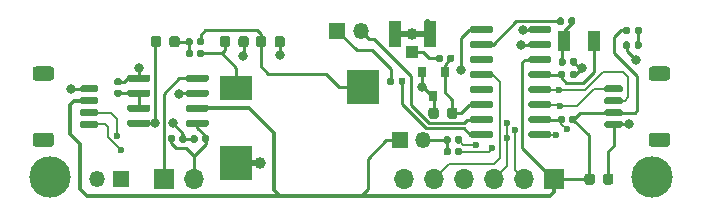
<source format=gbr>
%TF.GenerationSoftware,KiCad,Pcbnew,(5.1.6-0-10_14)*%
%TF.CreationDate,2020-10-15T10:38:44-05:00*%
%TF.ProjectId,MBRadio_4732_BO,4d425261-6469-46f5-9f34-3733325f424f,rev?*%
%TF.SameCoordinates,Original*%
%TF.FileFunction,Copper,L1,Top*%
%TF.FilePolarity,Positive*%
%FSLAX46Y46*%
G04 Gerber Fmt 4.6, Leading zero omitted, Abs format (unit mm)*
G04 Created by KiCad (PCBNEW (5.1.6-0-10_14)) date 2020-10-15 10:38:44*
%MOMM*%
%LPD*%
G01*
G04 APERTURE LIST*
%TA.AperFunction,ComponentPad*%
%ADD10C,3.500000*%
%TD*%
%TA.AperFunction,SMDPad,CuDef*%
%ADD11R,0.800000X0.900000*%
%TD*%
%TA.AperFunction,SMDPad,CuDef*%
%ADD12R,2.700000X2.900000*%
%TD*%
%TA.AperFunction,SMDPad,CuDef*%
%ADD13R,2.700000X2.100000*%
%TD*%
%TA.AperFunction,ComponentPad*%
%ADD14R,1.700000X1.700000*%
%TD*%
%TA.AperFunction,ComponentPad*%
%ADD15O,1.700000X1.700000*%
%TD*%
%TA.AperFunction,SMDPad,CuDef*%
%ADD16R,1.050000X2.200000*%
%TD*%
%TA.AperFunction,SMDPad,CuDef*%
%ADD17R,1.000000X1.050000*%
%TD*%
%TA.AperFunction,ComponentPad*%
%ADD18O,1.350000X1.350000*%
%TD*%
%TA.AperFunction,ComponentPad*%
%ADD19R,1.350000X1.350000*%
%TD*%
%TA.AperFunction,SMDPad,CuDef*%
%ADD20R,1.000000X1.800000*%
%TD*%
%TA.AperFunction,ViaPad*%
%ADD21C,0.800000*%
%TD*%
%TA.AperFunction,ViaPad*%
%ADD22C,1.000000*%
%TD*%
%TA.AperFunction,ViaPad*%
%ADD23C,0.600000*%
%TD*%
%TA.AperFunction,Conductor*%
%ADD24C,0.250000*%
%TD*%
%TA.AperFunction,Conductor*%
%ADD25C,0.500000*%
%TD*%
%TA.AperFunction,Conductor*%
%ADD26C,0.350000*%
%TD*%
%TA.AperFunction,Conductor*%
%ADD27C,0.200000*%
%TD*%
G04 APERTURE END LIST*
%TO.P,U5,1*%
%TO.N,GND*%
%TA.AperFunction,SMDPad,CuDef*%
G36*
G01*
X37550000Y-95745000D02*
X37550000Y-95445000D01*
G75*
G02*
X37700000Y-95295000I150000J0D01*
G01*
X39350000Y-95295000D01*
G75*
G02*
X39500000Y-95445000I0J-150000D01*
G01*
X39500000Y-95745000D01*
G75*
G02*
X39350000Y-95895000I-150000J0D01*
G01*
X37700000Y-95895000D01*
G75*
G02*
X37550000Y-95745000I0J150000D01*
G01*
G37*
%TD.AperFunction*%
%TO.P,U5,2*%
%TO.N,Net-(C13-Pad1)*%
%TA.AperFunction,SMDPad,CuDef*%
G36*
G01*
X37550000Y-97015000D02*
X37550000Y-96715000D01*
G75*
G02*
X37700000Y-96565000I150000J0D01*
G01*
X39350000Y-96565000D01*
G75*
G02*
X39500000Y-96715000I0J-150000D01*
G01*
X39500000Y-97015000D01*
G75*
G02*
X39350000Y-97165000I-150000J0D01*
G01*
X37700000Y-97165000D01*
G75*
G02*
X37550000Y-97015000I0J150000D01*
G01*
G37*
%TD.AperFunction*%
%TO.P,U5,3*%
%TA.AperFunction,SMDPad,CuDef*%
G36*
G01*
X37550000Y-98285000D02*
X37550000Y-97985000D01*
G75*
G02*
X37700000Y-97835000I150000J0D01*
G01*
X39350000Y-97835000D01*
G75*
G02*
X39500000Y-97985000I0J-150000D01*
G01*
X39500000Y-98285000D01*
G75*
G02*
X39350000Y-98435000I-150000J0D01*
G01*
X37700000Y-98435000D01*
G75*
G02*
X37550000Y-98285000I0J150000D01*
G01*
G37*
%TD.AperFunction*%
%TO.P,U5,4*%
%TO.N,Net-(C12-Pad1)*%
%TA.AperFunction,SMDPad,CuDef*%
G36*
G01*
X37550000Y-99555000D02*
X37550000Y-99255000D01*
G75*
G02*
X37700000Y-99105000I150000J0D01*
G01*
X39350000Y-99105000D01*
G75*
G02*
X39500000Y-99255000I0J-150000D01*
G01*
X39500000Y-99555000D01*
G75*
G02*
X39350000Y-99705000I-150000J0D01*
G01*
X37700000Y-99705000D01*
G75*
G02*
X37550000Y-99555000I0J150000D01*
G01*
G37*
%TD.AperFunction*%
%TO.P,U5,5*%
%TO.N,Net-(C14-Pad2)*%
%TA.AperFunction,SMDPad,CuDef*%
G36*
G01*
X42500000Y-99555000D02*
X42500000Y-99255000D01*
G75*
G02*
X42650000Y-99105000I150000J0D01*
G01*
X44300000Y-99105000D01*
G75*
G02*
X44450000Y-99255000I0J-150000D01*
G01*
X44450000Y-99555000D01*
G75*
G02*
X44300000Y-99705000I-150000J0D01*
G01*
X42650000Y-99705000D01*
G75*
G02*
X42500000Y-99555000I0J150000D01*
G01*
G37*
%TD.AperFunction*%
%TO.P,U5,6*%
%TO.N,+3V3*%
%TA.AperFunction,SMDPad,CuDef*%
G36*
G01*
X42500000Y-98285000D02*
X42500000Y-97985000D01*
G75*
G02*
X42650000Y-97835000I150000J0D01*
G01*
X44300000Y-97835000D01*
G75*
G02*
X44450000Y-97985000I0J-150000D01*
G01*
X44450000Y-98285000D01*
G75*
G02*
X44300000Y-98435000I-150000J0D01*
G01*
X42650000Y-98435000D01*
G75*
G02*
X42500000Y-98285000I0J150000D01*
G01*
G37*
%TD.AperFunction*%
%TO.P,U5,7*%
%TO.N,GND*%
%TA.AperFunction,SMDPad,CuDef*%
G36*
G01*
X42500000Y-97015000D02*
X42500000Y-96715000D01*
G75*
G02*
X42650000Y-96565000I150000J0D01*
G01*
X44300000Y-96565000D01*
G75*
G02*
X44450000Y-96715000I0J-150000D01*
G01*
X44450000Y-97015000D01*
G75*
G02*
X44300000Y-97165000I-150000J0D01*
G01*
X42650000Y-97165000D01*
G75*
G02*
X42500000Y-97015000I0J150000D01*
G01*
G37*
%TD.AperFunction*%
%TO.P,U5,8*%
%TO.N,Net-(J6-Pad1)*%
%TA.AperFunction,SMDPad,CuDef*%
G36*
G01*
X42500000Y-95745000D02*
X42500000Y-95445000D01*
G75*
G02*
X42650000Y-95295000I150000J0D01*
G01*
X44300000Y-95295000D01*
G75*
G02*
X44450000Y-95445000I0J-150000D01*
G01*
X44450000Y-95745000D01*
G75*
G02*
X44300000Y-95895000I-150000J0D01*
G01*
X42650000Y-95895000D01*
G75*
G02*
X42500000Y-95745000I0J150000D01*
G01*
G37*
%TD.AperFunction*%
%TD*%
D10*
%TO.P,REF\u002A\u002A,1*%
%TO.N,GND*%
X82000000Y-104000000D03*
%TD*%
%TO.P,REF\u002A\u002A,1*%
%TO.N,GND*%
X31000000Y-104000000D03*
%TD*%
%TO.P,C1,1*%
%TO.N,Net-(C1-Pad1)*%
%TA.AperFunction,SMDPad,CuDef*%
G36*
G01*
X74040000Y-95452500D02*
X74040000Y-95107500D01*
G75*
G02*
X74187500Y-94960000I147500J0D01*
G01*
X74482500Y-94960000D01*
G75*
G02*
X74630000Y-95107500I0J-147500D01*
G01*
X74630000Y-95452500D01*
G75*
G02*
X74482500Y-95600000I-147500J0D01*
G01*
X74187500Y-95600000D01*
G75*
G02*
X74040000Y-95452500I0J147500D01*
G01*
G37*
%TD.AperFunction*%
%TO.P,C1,2*%
%TO.N,GND*%
%TA.AperFunction,SMDPad,CuDef*%
G36*
G01*
X75010000Y-95452500D02*
X75010000Y-95107500D01*
G75*
G02*
X75157500Y-94960000I147500J0D01*
G01*
X75452500Y-94960000D01*
G75*
G02*
X75600000Y-95107500I0J-147500D01*
G01*
X75600000Y-95452500D01*
G75*
G02*
X75452500Y-95600000I-147500J0D01*
G01*
X75157500Y-95600000D01*
G75*
G02*
X75010000Y-95452500I0J147500D01*
G01*
G37*
%TD.AperFunction*%
%TD*%
%TO.P,C2,2*%
%TO.N,GND*%
%TA.AperFunction,SMDPad,CuDef*%
G36*
G01*
X75020000Y-94372500D02*
X75020000Y-94027500D01*
G75*
G02*
X75167500Y-93880000I147500J0D01*
G01*
X75462500Y-93880000D01*
G75*
G02*
X75610000Y-94027500I0J-147500D01*
G01*
X75610000Y-94372500D01*
G75*
G02*
X75462500Y-94520000I-147500J0D01*
G01*
X75167500Y-94520000D01*
G75*
G02*
X75020000Y-94372500I0J147500D01*
G01*
G37*
%TD.AperFunction*%
%TO.P,C2,1*%
%TO.N,Net-(C2-Pad1)*%
%TA.AperFunction,SMDPad,CuDef*%
G36*
G01*
X74050000Y-94372500D02*
X74050000Y-94027500D01*
G75*
G02*
X74197500Y-93880000I147500J0D01*
G01*
X74492500Y-93880000D01*
G75*
G02*
X74640000Y-94027500I0J-147500D01*
G01*
X74640000Y-94372500D01*
G75*
G02*
X74492500Y-94520000I-147500J0D01*
G01*
X74197500Y-94520000D01*
G75*
G02*
X74050000Y-94372500I0J147500D01*
G01*
G37*
%TD.AperFunction*%
%TD*%
%TO.P,C6,1*%
%TO.N,Net-(C6-Pad1)*%
%TA.AperFunction,SMDPad,CuDef*%
G36*
G01*
X63670000Y-94082500D02*
X63670000Y-93737500D01*
G75*
G02*
X63817500Y-93590000I147500J0D01*
G01*
X64112500Y-93590000D01*
G75*
G02*
X64260000Y-93737500I0J-147500D01*
G01*
X64260000Y-94082500D01*
G75*
G02*
X64112500Y-94230000I-147500J0D01*
G01*
X63817500Y-94230000D01*
G75*
G02*
X63670000Y-94082500I0J147500D01*
G01*
G37*
%TD.AperFunction*%
%TO.P,C6,2*%
%TO.N,Net-(C6-Pad2)*%
%TA.AperFunction,SMDPad,CuDef*%
G36*
G01*
X64640000Y-94082500D02*
X64640000Y-93737500D01*
G75*
G02*
X64787500Y-93590000I147500J0D01*
G01*
X65082500Y-93590000D01*
G75*
G02*
X65230000Y-93737500I0J-147500D01*
G01*
X65230000Y-94082500D01*
G75*
G02*
X65082500Y-94230000I-147500J0D01*
G01*
X64787500Y-94230000D01*
G75*
G02*
X64640000Y-94082500I0J147500D01*
G01*
G37*
%TD.AperFunction*%
%TD*%
%TO.P,C7,1*%
%TO.N,LEFT*%
%TA.AperFunction,SMDPad,CuDef*%
G36*
G01*
X45375000Y-92756250D02*
X45375000Y-92243750D01*
G75*
G02*
X45593750Y-92025000I218750J0D01*
G01*
X46031250Y-92025000D01*
G75*
G02*
X46250000Y-92243750I0J-218750D01*
G01*
X46250000Y-92756250D01*
G75*
G02*
X46031250Y-92975000I-218750J0D01*
G01*
X45593750Y-92975000D01*
G75*
G02*
X45375000Y-92756250I0J218750D01*
G01*
G37*
%TD.AperFunction*%
%TO.P,C7,2*%
%TO.N,Net-(C7-Pad2)*%
%TA.AperFunction,SMDPad,CuDef*%
G36*
G01*
X46950000Y-92756250D02*
X46950000Y-92243750D01*
G75*
G02*
X47168750Y-92025000I218750J0D01*
G01*
X47606250Y-92025000D01*
G75*
G02*
X47825000Y-92243750I0J-218750D01*
G01*
X47825000Y-92756250D01*
G75*
G02*
X47606250Y-92975000I-218750J0D01*
G01*
X47168750Y-92975000D01*
G75*
G02*
X46950000Y-92756250I0J218750D01*
G01*
G37*
%TD.AperFunction*%
%TD*%
%TO.P,C9,2*%
%TO.N,Net-(C9-Pad2)*%
%TA.AperFunction,SMDPad,CuDef*%
G36*
G01*
X60500000Y-96032500D02*
X60500000Y-95687500D01*
G75*
G02*
X60647500Y-95540000I147500J0D01*
G01*
X60942500Y-95540000D01*
G75*
G02*
X61090000Y-95687500I0J-147500D01*
G01*
X61090000Y-96032500D01*
G75*
G02*
X60942500Y-96180000I-147500J0D01*
G01*
X60647500Y-96180000D01*
G75*
G02*
X60500000Y-96032500I0J147500D01*
G01*
G37*
%TD.AperFunction*%
%TO.P,C9,1*%
%TO.N,Net-(C9-Pad1)*%
%TA.AperFunction,SMDPad,CuDef*%
G36*
G01*
X59530000Y-96032500D02*
X59530000Y-95687500D01*
G75*
G02*
X59677500Y-95540000I147500J0D01*
G01*
X59972500Y-95540000D01*
G75*
G02*
X60120000Y-95687500I0J-147500D01*
G01*
X60120000Y-96032500D01*
G75*
G02*
X59972500Y-96180000I-147500J0D01*
G01*
X59677500Y-96180000D01*
G75*
G02*
X59530000Y-96032500I0J147500D01*
G01*
G37*
%TD.AperFunction*%
%TD*%
%TO.P,C12,1*%
%TO.N,Net-(C12-Pad1)*%
%TA.AperFunction,SMDPad,CuDef*%
G36*
G01*
X39525000Y-92756250D02*
X39525000Y-92243750D01*
G75*
G02*
X39743750Y-92025000I218750J0D01*
G01*
X40181250Y-92025000D01*
G75*
G02*
X40400000Y-92243750I0J-218750D01*
G01*
X40400000Y-92756250D01*
G75*
G02*
X40181250Y-92975000I-218750J0D01*
G01*
X39743750Y-92975000D01*
G75*
G02*
X39525000Y-92756250I0J218750D01*
G01*
G37*
%TD.AperFunction*%
%TO.P,C12,2*%
%TO.N,Net-(C12-Pad2)*%
%TA.AperFunction,SMDPad,CuDef*%
G36*
G01*
X41100000Y-92756250D02*
X41100000Y-92243750D01*
G75*
G02*
X41318750Y-92025000I218750J0D01*
G01*
X41756250Y-92025000D01*
G75*
G02*
X41975000Y-92243750I0J-218750D01*
G01*
X41975000Y-92756250D01*
G75*
G02*
X41756250Y-92975000I-218750J0D01*
G01*
X41318750Y-92975000D01*
G75*
G02*
X41100000Y-92756250I0J218750D01*
G01*
G37*
%TD.AperFunction*%
%TD*%
%TO.P,C13,2*%
%TO.N,GND*%
%TA.AperFunction,SMDPad,CuDef*%
G36*
G01*
X36912500Y-96180000D02*
X36567500Y-96180000D01*
G75*
G02*
X36420000Y-96032500I0J147500D01*
G01*
X36420000Y-95737500D01*
G75*
G02*
X36567500Y-95590000I147500J0D01*
G01*
X36912500Y-95590000D01*
G75*
G02*
X37060000Y-95737500I0J-147500D01*
G01*
X37060000Y-96032500D01*
G75*
G02*
X36912500Y-96180000I-147500J0D01*
G01*
G37*
%TD.AperFunction*%
%TO.P,C13,1*%
%TO.N,Net-(C13-Pad1)*%
%TA.AperFunction,SMDPad,CuDef*%
G36*
G01*
X36912500Y-97150000D02*
X36567500Y-97150000D01*
G75*
G02*
X36420000Y-97002500I0J147500D01*
G01*
X36420000Y-96707500D01*
G75*
G02*
X36567500Y-96560000I147500J0D01*
G01*
X36912500Y-96560000D01*
G75*
G02*
X37060000Y-96707500I0J-147500D01*
G01*
X37060000Y-97002500D01*
G75*
G02*
X36912500Y-97150000I-147500J0D01*
G01*
G37*
%TD.AperFunction*%
%TD*%
%TO.P,C14,1*%
%TO.N,Net-(C12-Pad1)*%
%TA.AperFunction,SMDPad,CuDef*%
G36*
G01*
X42540000Y-100557500D02*
X42540000Y-100902500D01*
G75*
G02*
X42392500Y-101050000I-147500J0D01*
G01*
X42097500Y-101050000D01*
G75*
G02*
X41950000Y-100902500I0J147500D01*
G01*
X41950000Y-100557500D01*
G75*
G02*
X42097500Y-100410000I147500J0D01*
G01*
X42392500Y-100410000D01*
G75*
G02*
X42540000Y-100557500I0J-147500D01*
G01*
G37*
%TD.AperFunction*%
%TO.P,C14,2*%
%TO.N,Net-(C14-Pad2)*%
%TA.AperFunction,SMDPad,CuDef*%
G36*
G01*
X41570000Y-100557500D02*
X41570000Y-100902500D01*
G75*
G02*
X41422500Y-101050000I-147500J0D01*
G01*
X41127500Y-101050000D01*
G75*
G02*
X40980000Y-100902500I0J147500D01*
G01*
X40980000Y-100557500D01*
G75*
G02*
X41127500Y-100410000I147500J0D01*
G01*
X41422500Y-100410000D01*
G75*
G02*
X41570000Y-100557500I0J-147500D01*
G01*
G37*
%TD.AperFunction*%
%TD*%
D11*
%TO.P,D2,1*%
%TO.N,Net-(C6-Pad2)*%
X64400000Y-95080000D03*
%TO.P,D2,2*%
%TO.N,GND*%
X62500000Y-95080000D03*
%TO.P,D2,3*%
X63450000Y-97080000D03*
%TD*%
D12*
%TO.P,J3,1*%
%TO.N,GND*%
X46750000Y-102800000D03*
%TO.P,J3,2*%
%TO.N,RGHT*%
X57450000Y-96300000D03*
D13*
%TO.P,J3,3*%
%TO.N,LEFT*%
X46750000Y-96450000D03*
%TD*%
%TO.P,J2,1*%
%TO.N,GND*%
%TA.AperFunction,SMDPad,CuDef*%
G36*
G01*
X79335000Y-99800000D02*
X78085000Y-99800000D01*
G75*
G02*
X77935000Y-99650000I0J150000D01*
G01*
X77935000Y-99350000D01*
G75*
G02*
X78085000Y-99200000I150000J0D01*
G01*
X79335000Y-99200000D01*
G75*
G02*
X79485000Y-99350000I0J-150000D01*
G01*
X79485000Y-99650000D01*
G75*
G02*
X79335000Y-99800000I-150000J0D01*
G01*
G37*
%TD.AperFunction*%
%TO.P,J2,2*%
%TO.N,+3V3*%
%TA.AperFunction,SMDPad,CuDef*%
G36*
G01*
X79335000Y-98800000D02*
X78085000Y-98800000D01*
G75*
G02*
X77935000Y-98650000I0J150000D01*
G01*
X77935000Y-98350000D01*
G75*
G02*
X78085000Y-98200000I150000J0D01*
G01*
X79335000Y-98200000D01*
G75*
G02*
X79485000Y-98350000I0J-150000D01*
G01*
X79485000Y-98650000D01*
G75*
G02*
X79335000Y-98800000I-150000J0D01*
G01*
G37*
%TD.AperFunction*%
%TO.P,J2,3*%
%TO.N,SDA*%
%TA.AperFunction,SMDPad,CuDef*%
G36*
G01*
X79335000Y-97800000D02*
X78085000Y-97800000D01*
G75*
G02*
X77935000Y-97650000I0J150000D01*
G01*
X77935000Y-97350000D01*
G75*
G02*
X78085000Y-97200000I150000J0D01*
G01*
X79335000Y-97200000D01*
G75*
G02*
X79485000Y-97350000I0J-150000D01*
G01*
X79485000Y-97650000D01*
G75*
G02*
X79335000Y-97800000I-150000J0D01*
G01*
G37*
%TD.AperFunction*%
%TO.P,J2,4*%
%TO.N,SCL*%
%TA.AperFunction,SMDPad,CuDef*%
G36*
G01*
X79335000Y-96800000D02*
X78085000Y-96800000D01*
G75*
G02*
X77935000Y-96650000I0J150000D01*
G01*
X77935000Y-96350000D01*
G75*
G02*
X78085000Y-96200000I150000J0D01*
G01*
X79335000Y-96200000D01*
G75*
G02*
X79485000Y-96350000I0J-150000D01*
G01*
X79485000Y-96650000D01*
G75*
G02*
X79335000Y-96800000I-150000J0D01*
G01*
G37*
%TD.AperFunction*%
%TO.P,J2,MP*%
%TO.N,N/C*%
%TA.AperFunction,SMDPad,CuDef*%
G36*
G01*
X83235400Y-101400000D02*
X81934600Y-101400000D01*
G75*
G02*
X81685000Y-101150400I0J249600D01*
G01*
X81685000Y-100449600D01*
G75*
G02*
X81934600Y-100200000I249600J0D01*
G01*
X83235400Y-100200000D01*
G75*
G02*
X83485000Y-100449600I0J-249600D01*
G01*
X83485000Y-101150400D01*
G75*
G02*
X83235400Y-101400000I-249600J0D01*
G01*
G37*
%TD.AperFunction*%
%TA.AperFunction,SMDPad,CuDef*%
G36*
G01*
X83235400Y-95800000D02*
X81934600Y-95800000D01*
G75*
G02*
X81685000Y-95550400I0J249600D01*
G01*
X81685000Y-94849600D01*
G75*
G02*
X81934600Y-94600000I249600J0D01*
G01*
X83235400Y-94600000D01*
G75*
G02*
X83485000Y-94849600I0J-249600D01*
G01*
X83485000Y-95550400D01*
G75*
G02*
X83235400Y-95800000I-249600J0D01*
G01*
G37*
%TD.AperFunction*%
%TD*%
%TO.P,L1,1*%
%TO.N,Net-(C6-Pad2)*%
%TA.AperFunction,SMDPad,CuDef*%
G36*
G01*
X65485000Y-98313750D02*
X65485000Y-98826250D01*
G75*
G02*
X65266250Y-99045000I-218750J0D01*
G01*
X64828750Y-99045000D01*
G75*
G02*
X64610000Y-98826250I0J218750D01*
G01*
X64610000Y-98313750D01*
G75*
G02*
X64828750Y-98095000I218750J0D01*
G01*
X65266250Y-98095000D01*
G75*
G02*
X65485000Y-98313750I0J-218750D01*
G01*
G37*
%TD.AperFunction*%
%TO.P,L1,2*%
%TO.N,GND*%
%TA.AperFunction,SMDPad,CuDef*%
G36*
G01*
X63910000Y-98313750D02*
X63910000Y-98826250D01*
G75*
G02*
X63691250Y-99045000I-218750J0D01*
G01*
X63253750Y-99045000D01*
G75*
G02*
X63035000Y-98826250I0J218750D01*
G01*
X63035000Y-98313750D01*
G75*
G02*
X63253750Y-98095000I218750J0D01*
G01*
X63691250Y-98095000D01*
G75*
G02*
X63910000Y-98313750I0J-218750D01*
G01*
G37*
%TD.AperFunction*%
%TD*%
%TO.P,R2,1*%
%TO.N,Net-(R2-Pad1)*%
%TA.AperFunction,SMDPad,CuDef*%
G36*
G01*
X73910000Y-90942500D02*
X73910000Y-90597500D01*
G75*
G02*
X74057500Y-90450000I147500J0D01*
G01*
X74352500Y-90450000D01*
G75*
G02*
X74500000Y-90597500I0J-147500D01*
G01*
X74500000Y-90942500D01*
G75*
G02*
X74352500Y-91090000I-147500J0D01*
G01*
X74057500Y-91090000D01*
G75*
G02*
X73910000Y-90942500I0J147500D01*
G01*
G37*
%TD.AperFunction*%
%TO.P,R2,2*%
%TO.N,Net-(C2-Pad1)*%
%TA.AperFunction,SMDPad,CuDef*%
G36*
G01*
X74880000Y-90942500D02*
X74880000Y-90597500D01*
G75*
G02*
X75027500Y-90450000I147500J0D01*
G01*
X75322500Y-90450000D01*
G75*
G02*
X75470000Y-90597500I0J-147500D01*
G01*
X75470000Y-90942500D01*
G75*
G02*
X75322500Y-91090000I-147500J0D01*
G01*
X75027500Y-91090000D01*
G75*
G02*
X74880000Y-90942500I0J147500D01*
G01*
G37*
%TD.AperFunction*%
%TD*%
%TO.P,R5,1*%
%TO.N,Net-(C12-Pad2)*%
%TA.AperFunction,SMDPad,CuDef*%
G36*
G01*
X42470000Y-92672500D02*
X42470000Y-92327500D01*
G75*
G02*
X42617500Y-92180000I147500J0D01*
G01*
X42912500Y-92180000D01*
G75*
G02*
X43060000Y-92327500I0J-147500D01*
G01*
X43060000Y-92672500D01*
G75*
G02*
X42912500Y-92820000I-147500J0D01*
G01*
X42617500Y-92820000D01*
G75*
G02*
X42470000Y-92672500I0J147500D01*
G01*
G37*
%TD.AperFunction*%
%TO.P,R5,2*%
%TO.N,RGHT*%
%TA.AperFunction,SMDPad,CuDef*%
G36*
G01*
X43440000Y-92672500D02*
X43440000Y-92327500D01*
G75*
G02*
X43587500Y-92180000I147500J0D01*
G01*
X43882500Y-92180000D01*
G75*
G02*
X44030000Y-92327500I0J-147500D01*
G01*
X44030000Y-92672500D01*
G75*
G02*
X43882500Y-92820000I-147500J0D01*
G01*
X43587500Y-92820000D01*
G75*
G02*
X43440000Y-92672500I0J147500D01*
G01*
G37*
%TD.AperFunction*%
%TD*%
%TO.P,R12,2*%
%TO.N,LEFT*%
%TA.AperFunction,SMDPad,CuDef*%
G36*
G01*
X43440000Y-93672500D02*
X43440000Y-93327500D01*
G75*
G02*
X43587500Y-93180000I147500J0D01*
G01*
X43882500Y-93180000D01*
G75*
G02*
X44030000Y-93327500I0J-147500D01*
G01*
X44030000Y-93672500D01*
G75*
G02*
X43882500Y-93820000I-147500J0D01*
G01*
X43587500Y-93820000D01*
G75*
G02*
X43440000Y-93672500I0J147500D01*
G01*
G37*
%TD.AperFunction*%
%TO.P,R12,1*%
%TO.N,Net-(C12-Pad2)*%
%TA.AperFunction,SMDPad,CuDef*%
G36*
G01*
X42470000Y-93672500D02*
X42470000Y-93327500D01*
G75*
G02*
X42617500Y-93180000I147500J0D01*
G01*
X42912500Y-93180000D01*
G75*
G02*
X43060000Y-93327500I0J-147500D01*
G01*
X43060000Y-93672500D01*
G75*
G02*
X42912500Y-93820000I-147500J0D01*
G01*
X42617500Y-93820000D01*
G75*
G02*
X42470000Y-93672500I0J147500D01*
G01*
G37*
%TD.AperFunction*%
%TD*%
%TO.P,R13,2*%
%TO.N,Net-(C12-Pad1)*%
%TA.AperFunction,SMDPad,CuDef*%
G36*
G01*
X43490000Y-100557500D02*
X43490000Y-100902500D01*
G75*
G02*
X43342500Y-101050000I-147500J0D01*
G01*
X43047500Y-101050000D01*
G75*
G02*
X42900000Y-100902500I0J147500D01*
G01*
X42900000Y-100557500D01*
G75*
G02*
X43047500Y-100410000I147500J0D01*
G01*
X43342500Y-100410000D01*
G75*
G02*
X43490000Y-100557500I0J-147500D01*
G01*
G37*
%TD.AperFunction*%
%TO.P,R13,1*%
%TO.N,Net-(C14-Pad2)*%
%TA.AperFunction,SMDPad,CuDef*%
G36*
G01*
X44460000Y-100557500D02*
X44460000Y-100902500D01*
G75*
G02*
X44312500Y-101050000I-147500J0D01*
G01*
X44017500Y-101050000D01*
G75*
G02*
X43870000Y-100902500I0J147500D01*
G01*
X43870000Y-100557500D01*
G75*
G02*
X44017500Y-100410000I147500J0D01*
G01*
X44312500Y-100410000D01*
G75*
G02*
X44460000Y-100557500I0J-147500D01*
G01*
G37*
%TD.AperFunction*%
%TD*%
%TO.P,U1,1*%
%TO.N,Net-(C7-Pad2)*%
%TA.AperFunction,SMDPad,CuDef*%
G36*
G01*
X66550000Y-91625000D02*
X66550000Y-91325000D01*
G75*
G02*
X66700000Y-91175000I150000J0D01*
G01*
X68350000Y-91175000D01*
G75*
G02*
X68500000Y-91325000I0J-150000D01*
G01*
X68500000Y-91625000D01*
G75*
G02*
X68350000Y-91775000I-150000J0D01*
G01*
X66700000Y-91775000D01*
G75*
G02*
X66550000Y-91625000I0J150000D01*
G01*
G37*
%TD.AperFunction*%
%TO.P,U1,2*%
%TO.N,Net-(R2-Pad1)*%
%TA.AperFunction,SMDPad,CuDef*%
G36*
G01*
X66550000Y-92895000D02*
X66550000Y-92595000D01*
G75*
G02*
X66700000Y-92445000I150000J0D01*
G01*
X68350000Y-92445000D01*
G75*
G02*
X68500000Y-92595000I0J-150000D01*
G01*
X68500000Y-92895000D01*
G75*
G02*
X68350000Y-93045000I-150000J0D01*
G01*
X66700000Y-93045000D01*
G75*
G02*
X66550000Y-92895000I0J150000D01*
G01*
G37*
%TD.AperFunction*%
%TO.P,U1,3*%
%TO.N,Net-(U1-Pad3)*%
%TA.AperFunction,SMDPad,CuDef*%
G36*
G01*
X66550000Y-94165000D02*
X66550000Y-93865000D01*
G75*
G02*
X66700000Y-93715000I150000J0D01*
G01*
X68350000Y-93715000D01*
G75*
G02*
X68500000Y-93865000I0J-150000D01*
G01*
X68500000Y-94165000D01*
G75*
G02*
X68350000Y-94315000I-150000J0D01*
G01*
X66700000Y-94315000D01*
G75*
G02*
X66550000Y-94165000I0J150000D01*
G01*
G37*
%TD.AperFunction*%
%TO.P,U1,4*%
%TO.N,GPO1*%
%TA.AperFunction,SMDPad,CuDef*%
G36*
G01*
X66550000Y-95435000D02*
X66550000Y-95135000D01*
G75*
G02*
X66700000Y-94985000I150000J0D01*
G01*
X68350000Y-94985000D01*
G75*
G02*
X68500000Y-95135000I0J-150000D01*
G01*
X68500000Y-95435000D01*
G75*
G02*
X68350000Y-95585000I-150000J0D01*
G01*
X66700000Y-95585000D01*
G75*
G02*
X66550000Y-95435000I0J150000D01*
G01*
G37*
%TD.AperFunction*%
%TO.P,U1,5*%
%TO.N,Net-(U1-Pad5)*%
%TA.AperFunction,SMDPad,CuDef*%
G36*
G01*
X66550000Y-96705000D02*
X66550000Y-96405000D01*
G75*
G02*
X66700000Y-96255000I150000J0D01*
G01*
X68350000Y-96255000D01*
G75*
G02*
X68500000Y-96405000I0J-150000D01*
G01*
X68500000Y-96705000D01*
G75*
G02*
X68350000Y-96855000I-150000J0D01*
G01*
X66700000Y-96855000D01*
G75*
G02*
X66550000Y-96705000I0J150000D01*
G01*
G37*
%TD.AperFunction*%
%TO.P,U1,6*%
%TO.N,Net-(C6-Pad2)*%
%TA.AperFunction,SMDPad,CuDef*%
G36*
G01*
X66550000Y-97975000D02*
X66550000Y-97675000D01*
G75*
G02*
X66700000Y-97525000I150000J0D01*
G01*
X68350000Y-97525000D01*
G75*
G02*
X68500000Y-97675000I0J-150000D01*
G01*
X68500000Y-97975000D01*
G75*
G02*
X68350000Y-98125000I-150000J0D01*
G01*
X66700000Y-98125000D01*
G75*
G02*
X66550000Y-97975000I0J150000D01*
G01*
G37*
%TD.AperFunction*%
%TO.P,U1,7*%
%TO.N,Net-(J4-Pad2)*%
%TA.AperFunction,SMDPad,CuDef*%
G36*
G01*
X66550000Y-99245000D02*
X66550000Y-98945000D01*
G75*
G02*
X66700000Y-98795000I150000J0D01*
G01*
X68350000Y-98795000D01*
G75*
G02*
X68500000Y-98945000I0J-150000D01*
G01*
X68500000Y-99245000D01*
G75*
G02*
X68350000Y-99395000I-150000J0D01*
G01*
X66700000Y-99395000D01*
G75*
G02*
X66550000Y-99245000I0J150000D01*
G01*
G37*
%TD.AperFunction*%
%TO.P,U1,8*%
%TO.N,Net-(C9-Pad2)*%
%TA.AperFunction,SMDPad,CuDef*%
G36*
G01*
X66550000Y-100515000D02*
X66550000Y-100215000D01*
G75*
G02*
X66700000Y-100065000I150000J0D01*
G01*
X68350000Y-100065000D01*
G75*
G02*
X68500000Y-100215000I0J-150000D01*
G01*
X68500000Y-100515000D01*
G75*
G02*
X68350000Y-100665000I-150000J0D01*
G01*
X66700000Y-100665000D01*
G75*
G02*
X66550000Y-100515000I0J150000D01*
G01*
G37*
%TD.AperFunction*%
%TO.P,U1,9*%
%TO.N,RESET*%
%TA.AperFunction,SMDPad,CuDef*%
G36*
G01*
X71500000Y-100515000D02*
X71500000Y-100215000D01*
G75*
G02*
X71650000Y-100065000I150000J0D01*
G01*
X73300000Y-100065000D01*
G75*
G02*
X73450000Y-100215000I0J-150000D01*
G01*
X73450000Y-100515000D01*
G75*
G02*
X73300000Y-100665000I-150000J0D01*
G01*
X71650000Y-100665000D01*
G75*
G02*
X71500000Y-100515000I0J150000D01*
G01*
G37*
%TD.AperFunction*%
%TO.P,U1,10*%
%TO.N,SENB*%
%TA.AperFunction,SMDPad,CuDef*%
G36*
G01*
X71500000Y-99245000D02*
X71500000Y-98945000D01*
G75*
G02*
X71650000Y-98795000I150000J0D01*
G01*
X73300000Y-98795000D01*
G75*
G02*
X73450000Y-98945000I0J-150000D01*
G01*
X73450000Y-99245000D01*
G75*
G02*
X73300000Y-99395000I-150000J0D01*
G01*
X71650000Y-99395000D01*
G75*
G02*
X71500000Y-99245000I0J150000D01*
G01*
G37*
%TD.AperFunction*%
%TO.P,U1,11*%
%TO.N,SCL*%
%TA.AperFunction,SMDPad,CuDef*%
G36*
G01*
X71500000Y-97975000D02*
X71500000Y-97675000D01*
G75*
G02*
X71650000Y-97525000I150000J0D01*
G01*
X73300000Y-97525000D01*
G75*
G02*
X73450000Y-97675000I0J-150000D01*
G01*
X73450000Y-97975000D01*
G75*
G02*
X73300000Y-98125000I-150000J0D01*
G01*
X71650000Y-98125000D01*
G75*
G02*
X71500000Y-97975000I0J150000D01*
G01*
G37*
%TD.AperFunction*%
%TO.P,U1,12*%
%TO.N,SDA*%
%TA.AperFunction,SMDPad,CuDef*%
G36*
G01*
X71500000Y-96705000D02*
X71500000Y-96405000D01*
G75*
G02*
X71650000Y-96255000I150000J0D01*
G01*
X73300000Y-96255000D01*
G75*
G02*
X73450000Y-96405000I0J-150000D01*
G01*
X73450000Y-96705000D01*
G75*
G02*
X73300000Y-96855000I-150000J0D01*
G01*
X71650000Y-96855000D01*
G75*
G02*
X71500000Y-96705000I0J150000D01*
G01*
G37*
%TD.AperFunction*%
%TO.P,U1,13*%
%TO.N,Net-(C1-Pad1)*%
%TA.AperFunction,SMDPad,CuDef*%
G36*
G01*
X71500000Y-95435000D02*
X71500000Y-95135000D01*
G75*
G02*
X71650000Y-94985000I150000J0D01*
G01*
X73300000Y-94985000D01*
G75*
G02*
X73450000Y-95135000I0J-150000D01*
G01*
X73450000Y-95435000D01*
G75*
G02*
X73300000Y-95585000I-150000J0D01*
G01*
X71650000Y-95585000D01*
G75*
G02*
X71500000Y-95435000I0J150000D01*
G01*
G37*
%TD.AperFunction*%
%TO.P,U1,14*%
%TO.N,+3V3*%
%TA.AperFunction,SMDPad,CuDef*%
G36*
G01*
X71500000Y-94165000D02*
X71500000Y-93865000D01*
G75*
G02*
X71650000Y-93715000I150000J0D01*
G01*
X73300000Y-93715000D01*
G75*
G02*
X73450000Y-93865000I0J-150000D01*
G01*
X73450000Y-94165000D01*
G75*
G02*
X73300000Y-94315000I-150000J0D01*
G01*
X71650000Y-94315000D01*
G75*
G02*
X71500000Y-94165000I0J150000D01*
G01*
G37*
%TD.AperFunction*%
%TO.P,U1,15*%
%TO.N,GND*%
%TA.AperFunction,SMDPad,CuDef*%
G36*
G01*
X71500000Y-92895000D02*
X71500000Y-92595000D01*
G75*
G02*
X71650000Y-92445000I150000J0D01*
G01*
X73300000Y-92445000D01*
G75*
G02*
X73450000Y-92595000I0J-150000D01*
G01*
X73450000Y-92895000D01*
G75*
G02*
X73300000Y-93045000I-150000J0D01*
G01*
X71650000Y-93045000D01*
G75*
G02*
X71500000Y-92895000I0J150000D01*
G01*
G37*
%TD.AperFunction*%
%TO.P,U1,16*%
%TO.N,Net-(C8-Pad2)*%
%TA.AperFunction,SMDPad,CuDef*%
G36*
G01*
X71500000Y-91625000D02*
X71500000Y-91325000D01*
G75*
G02*
X71650000Y-91175000I150000J0D01*
G01*
X73300000Y-91175000D01*
G75*
G02*
X73450000Y-91325000I0J-150000D01*
G01*
X73450000Y-91625000D01*
G75*
G02*
X73300000Y-91775000I-150000J0D01*
G01*
X71650000Y-91775000D01*
G75*
G02*
X71500000Y-91625000I0J150000D01*
G01*
G37*
%TD.AperFunction*%
%TD*%
%TO.P,J1,1*%
%TO.N,GND*%
%TA.AperFunction,SMDPad,CuDef*%
G36*
G01*
X33675000Y-96200000D02*
X34925000Y-96200000D01*
G75*
G02*
X35075000Y-96350000I0J-150000D01*
G01*
X35075000Y-96650000D01*
G75*
G02*
X34925000Y-96800000I-150000J0D01*
G01*
X33675000Y-96800000D01*
G75*
G02*
X33525000Y-96650000I0J150000D01*
G01*
X33525000Y-96350000D01*
G75*
G02*
X33675000Y-96200000I150000J0D01*
G01*
G37*
%TD.AperFunction*%
%TO.P,J1,2*%
%TO.N,+3V3*%
%TA.AperFunction,SMDPad,CuDef*%
G36*
G01*
X33675000Y-97200000D02*
X34925000Y-97200000D01*
G75*
G02*
X35075000Y-97350000I0J-150000D01*
G01*
X35075000Y-97650000D01*
G75*
G02*
X34925000Y-97800000I-150000J0D01*
G01*
X33675000Y-97800000D01*
G75*
G02*
X33525000Y-97650000I0J150000D01*
G01*
X33525000Y-97350000D01*
G75*
G02*
X33675000Y-97200000I150000J0D01*
G01*
G37*
%TD.AperFunction*%
%TO.P,J1,3*%
%TO.N,SDA*%
%TA.AperFunction,SMDPad,CuDef*%
G36*
G01*
X33675000Y-98200000D02*
X34925000Y-98200000D01*
G75*
G02*
X35075000Y-98350000I0J-150000D01*
G01*
X35075000Y-98650000D01*
G75*
G02*
X34925000Y-98800000I-150000J0D01*
G01*
X33675000Y-98800000D01*
G75*
G02*
X33525000Y-98650000I0J150000D01*
G01*
X33525000Y-98350000D01*
G75*
G02*
X33675000Y-98200000I150000J0D01*
G01*
G37*
%TD.AperFunction*%
%TO.P,J1,4*%
%TO.N,SCL*%
%TA.AperFunction,SMDPad,CuDef*%
G36*
G01*
X33675000Y-99200000D02*
X34925000Y-99200000D01*
G75*
G02*
X35075000Y-99350000I0J-150000D01*
G01*
X35075000Y-99650000D01*
G75*
G02*
X34925000Y-99800000I-150000J0D01*
G01*
X33675000Y-99800000D01*
G75*
G02*
X33525000Y-99650000I0J150000D01*
G01*
X33525000Y-99350000D01*
G75*
G02*
X33675000Y-99200000I150000J0D01*
G01*
G37*
%TD.AperFunction*%
%TO.P,J1,MP*%
%TO.N,N/C*%
%TA.AperFunction,SMDPad,CuDef*%
G36*
G01*
X29774600Y-94600000D02*
X31075400Y-94600000D01*
G75*
G02*
X31325000Y-94849600I0J-249600D01*
G01*
X31325000Y-95550400D01*
G75*
G02*
X31075400Y-95800000I-249600J0D01*
G01*
X29774600Y-95800000D01*
G75*
G02*
X29525000Y-95550400I0J249600D01*
G01*
X29525000Y-94849600D01*
G75*
G02*
X29774600Y-94600000I249600J0D01*
G01*
G37*
%TD.AperFunction*%
%TA.AperFunction,SMDPad,CuDef*%
G36*
G01*
X29774600Y-100200000D02*
X31075400Y-100200000D01*
G75*
G02*
X31325000Y-100449600I0J-249600D01*
G01*
X31325000Y-101150400D01*
G75*
G02*
X31075400Y-101400000I-249600J0D01*
G01*
X29774600Y-101400000D01*
G75*
G02*
X29525000Y-101150400I0J249600D01*
G01*
X29525000Y-100449600D01*
G75*
G02*
X29774600Y-100200000I249600J0D01*
G01*
G37*
%TD.AperFunction*%
%TD*%
D14*
%TO.P,J6,1*%
%TO.N,Net-(J6-Pad1)*%
X40640000Y-104140000D03*
D15*
%TO.P,J6,2*%
%TO.N,Net-(C14-Pad2)*%
X43180000Y-104140000D03*
%TD*%
%TO.P,C8,1*%
%TO.N,RGHT*%
%TA.AperFunction,SMDPad,CuDef*%
G36*
G01*
X48425000Y-92756250D02*
X48425000Y-92243750D01*
G75*
G02*
X48643750Y-92025000I218750J0D01*
G01*
X49081250Y-92025000D01*
G75*
G02*
X49300000Y-92243750I0J-218750D01*
G01*
X49300000Y-92756250D01*
G75*
G02*
X49081250Y-92975000I-218750J0D01*
G01*
X48643750Y-92975000D01*
G75*
G02*
X48425000Y-92756250I0J218750D01*
G01*
G37*
%TD.AperFunction*%
%TO.P,C8,2*%
%TO.N,Net-(C8-Pad2)*%
%TA.AperFunction,SMDPad,CuDef*%
G36*
G01*
X50000000Y-92756250D02*
X50000000Y-92243750D01*
G75*
G02*
X50218750Y-92025000I218750J0D01*
G01*
X50656250Y-92025000D01*
G75*
G02*
X50875000Y-92243750I0J-218750D01*
G01*
X50875000Y-92756250D01*
G75*
G02*
X50656250Y-92975000I-218750J0D01*
G01*
X50218750Y-92975000D01*
G75*
G02*
X50000000Y-92756250I0J218750D01*
G01*
G37*
%TD.AperFunction*%
%TD*%
D16*
%TO.P,J5,2*%
%TO.N,GND*%
X63155000Y-91825000D03*
D17*
%TO.P,J5,1*%
%TO.N,Net-(C6-Pad1)*%
X61680000Y-93350000D03*
D16*
%TO.P,J5,2*%
%TO.N,GND*%
X60205000Y-91825000D03*
%TD*%
D18*
%TO.P,J4,2*%
%TO.N,Net-(J4-Pad2)*%
X57330000Y-91570000D03*
D19*
%TO.P,J4,1*%
%TO.N,Net-(C9-Pad1)*%
X55330000Y-91570000D03*
%TD*%
%TO.P,JP1,1*%
%TO.N,SENB*%
X37000000Y-104140000D03*
D18*
%TO.P,JP1,2*%
%TO.N,GND*%
X35000000Y-104140000D03*
%TD*%
%TO.P,R3,1*%
%TO.N,+3V3*%
%TA.AperFunction,SMDPad,CuDef*%
G36*
G01*
X75560000Y-98917500D02*
X75560000Y-99262500D01*
G75*
G02*
X75412500Y-99410000I-147500J0D01*
G01*
X75117500Y-99410000D01*
G75*
G02*
X74970000Y-99262500I0J147500D01*
G01*
X74970000Y-98917500D01*
G75*
G02*
X75117500Y-98770000I147500J0D01*
G01*
X75412500Y-98770000D01*
G75*
G02*
X75560000Y-98917500I0J-147500D01*
G01*
G37*
%TD.AperFunction*%
%TO.P,R3,2*%
%TO.N,SENB*%
%TA.AperFunction,SMDPad,CuDef*%
G36*
G01*
X74590000Y-98917500D02*
X74590000Y-99262500D01*
G75*
G02*
X74442500Y-99410000I-147500J0D01*
G01*
X74147500Y-99410000D01*
G75*
G02*
X74000000Y-99262500I0J147500D01*
G01*
X74000000Y-98917500D01*
G75*
G02*
X74147500Y-98770000I147500J0D01*
G01*
X74442500Y-98770000D01*
G75*
G02*
X74590000Y-98917500I0J-147500D01*
G01*
G37*
%TD.AperFunction*%
%TD*%
D14*
%TO.P,J7,1*%
%TO.N,+3V3*%
X73660000Y-104140000D03*
D15*
%TO.P,J7,2*%
%TO.N,SCL*%
X71120000Y-104140000D03*
%TO.P,J7,3*%
%TO.N,SDA*%
X68580000Y-104140000D03*
%TO.P,J7,4*%
%TO.N,RESET*%
X66040000Y-104140000D03*
%TO.P,J7,5*%
%TO.N,GPO1*%
X63500000Y-104140000D03*
%TO.P,J7,6*%
%TO.N,GND*%
X60960000Y-104140000D03*
%TD*%
%TO.P,C3,1*%
%TO.N,GND*%
%TA.AperFunction,SMDPad,CuDef*%
G36*
G01*
X78695000Y-103883750D02*
X78695000Y-104396250D01*
G75*
G02*
X78476250Y-104615000I-218750J0D01*
G01*
X78038750Y-104615000D01*
G75*
G02*
X77820000Y-104396250I0J218750D01*
G01*
X77820000Y-103883750D01*
G75*
G02*
X78038750Y-103665000I218750J0D01*
G01*
X78476250Y-103665000D01*
G75*
G02*
X78695000Y-103883750I0J-218750D01*
G01*
G37*
%TD.AperFunction*%
%TO.P,C3,2*%
%TO.N,+3V3*%
%TA.AperFunction,SMDPad,CuDef*%
G36*
G01*
X77120000Y-103883750D02*
X77120000Y-104396250D01*
G75*
G02*
X76901250Y-104615000I-218750J0D01*
G01*
X76463750Y-104615000D01*
G75*
G02*
X76245000Y-104396250I0J218750D01*
G01*
X76245000Y-103883750D01*
G75*
G02*
X76463750Y-103665000I218750J0D01*
G01*
X76901250Y-103665000D01*
G75*
G02*
X77120000Y-103883750I0J-218750D01*
G01*
G37*
%TD.AperFunction*%
%TD*%
D20*
%TO.P,Y1,1*%
%TO.N,Net-(C1-Pad1)*%
X77010000Y-92480000D03*
%TO.P,Y1,2*%
%TO.N,Net-(C2-Pad1)*%
X74510000Y-92480000D03*
%TD*%
D19*
%TO.P,JP2,1*%
%TO.N,+3V3*%
X60610000Y-100830000D03*
D18*
%TO.P,JP2,2*%
%TO.N,Net-(JP2-Pad2)*%
X62610000Y-100830000D03*
%TD*%
%TO.P,R1,1*%
%TO.N,SCL*%
%TA.AperFunction,SMDPad,CuDef*%
G36*
G01*
X65880000Y-101637500D02*
X65880000Y-101982500D01*
G75*
G02*
X65732500Y-102130000I-147500J0D01*
G01*
X65437500Y-102130000D01*
G75*
G02*
X65290000Y-101982500I0J147500D01*
G01*
X65290000Y-101637500D01*
G75*
G02*
X65437500Y-101490000I147500J0D01*
G01*
X65732500Y-101490000D01*
G75*
G02*
X65880000Y-101637500I0J-147500D01*
G01*
G37*
%TD.AperFunction*%
%TO.P,R1,2*%
%TO.N,Net-(JP2-Pad2)*%
%TA.AperFunction,SMDPad,CuDef*%
G36*
G01*
X64910000Y-101637500D02*
X64910000Y-101982500D01*
G75*
G02*
X64762500Y-102130000I-147500J0D01*
G01*
X64467500Y-102130000D01*
G75*
G02*
X64320000Y-101982500I0J147500D01*
G01*
X64320000Y-101637500D01*
G75*
G02*
X64467500Y-101490000I147500J0D01*
G01*
X64762500Y-101490000D01*
G75*
G02*
X64910000Y-101637500I0J-147500D01*
G01*
G37*
%TD.AperFunction*%
%TD*%
%TO.P,R4,2*%
%TO.N,Net-(JP2-Pad2)*%
%TA.AperFunction,SMDPad,CuDef*%
G36*
G01*
X64910000Y-100637500D02*
X64910000Y-100982500D01*
G75*
G02*
X64762500Y-101130000I-147500J0D01*
G01*
X64467500Y-101130000D01*
G75*
G02*
X64320000Y-100982500I0J147500D01*
G01*
X64320000Y-100637500D01*
G75*
G02*
X64467500Y-100490000I147500J0D01*
G01*
X64762500Y-100490000D01*
G75*
G02*
X64910000Y-100637500I0J-147500D01*
G01*
G37*
%TD.AperFunction*%
%TO.P,R4,1*%
%TO.N,SDA*%
%TA.AperFunction,SMDPad,CuDef*%
G36*
G01*
X65880000Y-100637500D02*
X65880000Y-100982500D01*
G75*
G02*
X65732500Y-101130000I-147500J0D01*
G01*
X65437500Y-101130000D01*
G75*
G02*
X65290000Y-100982500I0J147500D01*
G01*
X65290000Y-100637500D01*
G75*
G02*
X65437500Y-100490000I147500J0D01*
G01*
X65732500Y-100490000D01*
G75*
G02*
X65880000Y-100637500I0J-147500D01*
G01*
G37*
%TD.AperFunction*%
%TD*%
%TO.P,D1,1*%
%TO.N,Net-(D1-Pad1)*%
%TA.AperFunction,SMDPad,CuDef*%
G36*
G01*
X81080000Y-91377500D02*
X81080000Y-91722500D01*
G75*
G02*
X80932500Y-91870000I-147500J0D01*
G01*
X80637500Y-91870000D01*
G75*
G02*
X80490000Y-91722500I0J147500D01*
G01*
X80490000Y-91377500D01*
G75*
G02*
X80637500Y-91230000I147500J0D01*
G01*
X80932500Y-91230000D01*
G75*
G02*
X81080000Y-91377500I0J-147500D01*
G01*
G37*
%TD.AperFunction*%
%TO.P,D1,2*%
%TO.N,+3V3*%
%TA.AperFunction,SMDPad,CuDef*%
G36*
G01*
X80110000Y-91377500D02*
X80110000Y-91722500D01*
G75*
G02*
X79962500Y-91870000I-147500J0D01*
G01*
X79667500Y-91870000D01*
G75*
G02*
X79520000Y-91722500I0J147500D01*
G01*
X79520000Y-91377500D01*
G75*
G02*
X79667500Y-91230000I147500J0D01*
G01*
X79962500Y-91230000D01*
G75*
G02*
X80110000Y-91377500I0J-147500D01*
G01*
G37*
%TD.AperFunction*%
%TD*%
%TO.P,R6,1*%
%TO.N,Net-(D1-Pad1)*%
%TA.AperFunction,SMDPad,CuDef*%
G36*
G01*
X81080000Y-92627500D02*
X81080000Y-92972500D01*
G75*
G02*
X80932500Y-93120000I-147500J0D01*
G01*
X80637500Y-93120000D01*
G75*
G02*
X80490000Y-92972500I0J147500D01*
G01*
X80490000Y-92627500D01*
G75*
G02*
X80637500Y-92480000I147500J0D01*
G01*
X80932500Y-92480000D01*
G75*
G02*
X81080000Y-92627500I0J-147500D01*
G01*
G37*
%TD.AperFunction*%
%TO.P,R6,2*%
%TO.N,GND*%
%TA.AperFunction,SMDPad,CuDef*%
G36*
G01*
X80110000Y-92627500D02*
X80110000Y-92972500D01*
G75*
G02*
X79962500Y-93120000I-147500J0D01*
G01*
X79667500Y-93120000D01*
G75*
G02*
X79520000Y-92972500I0J147500D01*
G01*
X79520000Y-92627500D01*
G75*
G02*
X79667500Y-92480000I147500J0D01*
G01*
X79962500Y-92480000D01*
G75*
G02*
X80110000Y-92627500I0J-147500D01*
G01*
G37*
%TD.AperFunction*%
%TD*%
D21*
%TO.N,GND*%
X70860000Y-92750000D03*
D22*
X48730000Y-102800000D03*
D21*
X41930000Y-96890000D03*
X32750000Y-96500000D03*
D22*
X61680000Y-91810000D03*
D21*
X38540000Y-94770000D03*
X80010000Y-99480002D03*
X62500000Y-96310000D03*
X76010000Y-94690000D03*
X80620000Y-94070000D03*
%TO.N,Net-(C12-Pad1)*%
X39915000Y-99400000D03*
X41365000Y-99400000D03*
D23*
%TO.N,SDA*%
X74085000Y-96555000D03*
X36669265Y-100480735D03*
X69720009Y-99399990D03*
X67070000Y-101210000D03*
X69720009Y-100669991D03*
%TO.N,SCL*%
X37020000Y-101650000D03*
X74179272Y-97909272D03*
X70364990Y-100000000D03*
X68380000Y-101490001D03*
D21*
%TO.N,Net-(C7-Pad2)*%
X65760000Y-94890000D03*
X47370000Y-93680000D03*
%TO.N,Net-(C8-Pad2)*%
X50430000Y-93620000D03*
X71019998Y-91490000D03*
D23*
%TO.N,RESET*%
X73800000Y-100370000D03*
%TO.N,SENB*%
X74730000Y-99870000D03*
%TD*%
D24*
%TO.N,GND*%
X70865000Y-92745000D02*
X70860000Y-92750000D01*
X72475000Y-92745000D02*
X70865000Y-92745000D01*
D25*
X46750000Y-102800000D02*
X48730000Y-102800000D01*
D24*
X41955000Y-96865000D02*
X41930000Y-96890000D01*
X43475000Y-96865000D02*
X41955000Y-96865000D01*
X38525000Y-95595000D02*
X37585000Y-95595000D01*
X37295000Y-95885000D02*
X36740000Y-95885000D01*
X37585000Y-95595000D02*
X37295000Y-95885000D01*
D25*
X60205000Y-91825000D02*
X61665000Y-91825000D01*
X62940000Y-90810000D02*
X62955000Y-90825000D01*
X61680000Y-91810000D02*
X63140000Y-91810000D01*
D24*
X38525000Y-95595000D02*
X38525000Y-94785000D01*
X38525000Y-94785000D02*
X38540000Y-94770000D01*
X32750000Y-96500000D02*
X34300000Y-96500000D01*
X78710000Y-99500000D02*
X79990002Y-99500000D01*
X79990002Y-99500000D02*
X80010000Y-99480002D01*
X78710000Y-101320000D02*
X78710000Y-99500000D01*
X78257500Y-101772500D02*
X78710000Y-101320000D01*
X78257500Y-104140000D02*
X78257500Y-101772500D01*
X62500000Y-95220000D02*
X62500000Y-96310000D01*
X62540000Y-96310000D02*
X62500000Y-96310000D01*
X63472500Y-97242500D02*
X62540000Y-96310000D01*
X63472500Y-98570000D02*
X63472500Y-97242500D01*
X75420000Y-95280000D02*
X76010000Y-94690000D01*
X75305000Y-95280000D02*
X75420000Y-95280000D01*
X75805000Y-94690000D02*
X75315000Y-94200000D01*
X76010000Y-94690000D02*
X75805000Y-94690000D01*
X79815000Y-93265000D02*
X80620000Y-94070000D01*
X79815000Y-92800000D02*
X79815000Y-93265000D01*
%TO.N,+3V3*%
X43449998Y-98160002D02*
X43475000Y-98135000D01*
D26*
X43475000Y-98135000D02*
X47875000Y-98135000D01*
X47875000Y-98135000D02*
X49970000Y-100230000D01*
X49970000Y-105030000D02*
X50485001Y-105545001D01*
X49970000Y-100230000D02*
X49970000Y-105030000D01*
X73660000Y-105250000D02*
X73660000Y-104140000D01*
X73364999Y-105545001D02*
X73660000Y-105250000D01*
X33510000Y-104960000D02*
X34095001Y-105545001D01*
X33510000Y-101150000D02*
X33510000Y-104960000D01*
X34095001Y-105545001D02*
X50485001Y-105545001D01*
X32650000Y-97880000D02*
X32650000Y-100290000D01*
X32650000Y-100290000D02*
X33510000Y-101150000D01*
X33030000Y-97500000D02*
X32650000Y-97880000D01*
X34300000Y-97500000D02*
X33030000Y-97500000D01*
D24*
X73603232Y-104140000D02*
X73660000Y-104140000D01*
X70990000Y-101526768D02*
X73603232Y-104140000D01*
X73660000Y-104140000D02*
X76682500Y-104140000D01*
X75855000Y-98500000D02*
X78710000Y-98500000D01*
X75265000Y-99090000D02*
X75855000Y-98500000D01*
X76600000Y-100425000D02*
X75265000Y-99090000D01*
X76600000Y-104057500D02*
X76600000Y-100425000D01*
X76682500Y-104140000D02*
X76600000Y-104057500D01*
X70990000Y-94240000D02*
X70990000Y-101526768D01*
X71215000Y-94015000D02*
X70990000Y-94240000D01*
X72475000Y-94015000D02*
X71215000Y-94015000D01*
X60610000Y-100830000D02*
X59480000Y-100830000D01*
X59480000Y-100830000D02*
X57880000Y-102430000D01*
X57880000Y-102430000D02*
X57880000Y-104950002D01*
X57880000Y-104950002D02*
X57285001Y-105545001D01*
D26*
X57285001Y-105545001D02*
X73364999Y-105545001D01*
X50485001Y-105545001D02*
X57285001Y-105545001D01*
D24*
X79815000Y-91550000D02*
X79370000Y-91550000D01*
X79370000Y-91550000D02*
X78780000Y-92140000D01*
X78780000Y-92140000D02*
X78780000Y-93480000D01*
X78780000Y-93480000D02*
X80680000Y-95380000D01*
X80680000Y-95380000D02*
X80680000Y-98310000D01*
X80490000Y-98500000D02*
X78710000Y-98500000D01*
X80680000Y-98310000D02*
X80490000Y-98500000D01*
%TO.N,Net-(C6-Pad2)*%
X64400000Y-96800000D02*
X64400000Y-95080000D01*
X65047500Y-97447500D02*
X64400000Y-96800000D01*
X66505000Y-97825000D02*
X65760000Y-98570000D01*
X65760000Y-98570000D02*
X65047500Y-98570000D01*
X65047500Y-98570000D02*
X65047500Y-97447500D01*
X67525000Y-97825000D02*
X66505000Y-97825000D01*
X64585010Y-94259990D02*
X64935000Y-93910000D01*
X64585010Y-94278222D02*
X64585010Y-94259990D01*
X64400000Y-94463232D02*
X64585010Y-94278222D01*
X64400000Y-95080000D02*
X64400000Y-94463232D01*
%TO.N,Net-(C2-Pad1)*%
X74345000Y-92645000D02*
X74510000Y-92480000D01*
X74345000Y-94200000D02*
X74345000Y-92645000D01*
X75175000Y-90935000D02*
X75175000Y-90770000D01*
X74510000Y-91600000D02*
X75175000Y-90935000D01*
X74510000Y-92480000D02*
X74510000Y-91600000D01*
%TO.N,LEFT*%
X43735000Y-93500000D02*
X45530000Y-93500000D01*
X45812500Y-93217500D02*
X45812500Y-92500000D01*
X45530000Y-93500000D02*
X45812500Y-93217500D01*
X45530000Y-93500000D02*
X45540000Y-93500000D01*
X46750000Y-94710000D02*
X46750000Y-96450000D01*
X45540000Y-93500000D02*
X46750000Y-94710000D01*
%TO.N,RGHT*%
X55490000Y-96300000D02*
X57450000Y-96300000D01*
X48862500Y-92500000D02*
X48862500Y-94582500D01*
X48862500Y-94582500D02*
X49480000Y-95200000D01*
X54390000Y-95200000D02*
X55490000Y-96300000D01*
X49480000Y-95200000D02*
X54390000Y-95200000D01*
X43735000Y-92500000D02*
X43735000Y-91895000D01*
X43735000Y-91895000D02*
X44120000Y-91510000D01*
X44120000Y-91510000D02*
X48550000Y-91510000D01*
X48862500Y-91822500D02*
X48862500Y-92500000D01*
X48550000Y-91510000D02*
X48862500Y-91822500D01*
%TO.N,Net-(C6-Pad1)*%
X62530000Y-93350000D02*
X61680000Y-93350000D01*
X63090000Y-93910000D02*
X62530000Y-93350000D01*
X63965000Y-93910000D02*
X63090000Y-93910000D01*
%TO.N,Net-(C9-Pad1)*%
X58240000Y-93230000D02*
X56990000Y-93230000D01*
X56990000Y-93230000D02*
X55330000Y-91570000D01*
X59825000Y-94815000D02*
X58240000Y-93230000D01*
X59825000Y-95860000D02*
X59825000Y-94815000D01*
%TO.N,Net-(C9-Pad2)*%
X67525000Y-100365000D02*
X66795000Y-100365000D01*
X60795000Y-97775000D02*
X60795000Y-95860000D01*
X62860000Y-99840000D02*
X60795000Y-97775000D01*
X66060000Y-99840000D02*
X62860000Y-99840000D01*
X66585000Y-100365000D02*
X66060000Y-99840000D01*
X67525000Y-100365000D02*
X66585000Y-100365000D01*
%TO.N,Net-(C1-Pad1)*%
X74330000Y-95285000D02*
X74335000Y-95280000D01*
X72475000Y-95285000D02*
X74330000Y-95285000D01*
X74695000Y-95960000D02*
X76090000Y-95960000D01*
X74335000Y-95600000D02*
X74695000Y-95960000D01*
X74335000Y-95280000D02*
X74335000Y-95600000D01*
X77010000Y-95040000D02*
X77010000Y-92480000D01*
X76090000Y-95960000D02*
X77010000Y-95040000D01*
%TO.N,Net-(C12-Pad1)*%
X39910000Y-99405000D02*
X39915000Y-99400000D01*
X38525000Y-99405000D02*
X39910000Y-99405000D01*
X39915000Y-92527500D02*
X39915000Y-96998004D01*
X39915000Y-96998004D02*
X39915000Y-99400000D01*
X39932500Y-92510000D02*
X39915000Y-92527500D01*
X43195000Y-100730000D02*
X43180000Y-100745000D01*
X42245000Y-100280000D02*
X41365000Y-99400000D01*
X42245000Y-100730000D02*
X42245000Y-100280000D01*
X43195000Y-100730000D02*
X42245000Y-100730000D01*
%TO.N,Net-(C12-Pad2)*%
X41537500Y-92500000D02*
X42765000Y-92500000D01*
X42765000Y-93500000D02*
X42765000Y-92500000D01*
%TO.N,Net-(C13-Pad1)*%
X36750000Y-96865000D02*
X36740000Y-96855000D01*
X38525000Y-96865000D02*
X36750000Y-96865000D01*
X38525000Y-98135000D02*
X38525000Y-96865000D01*
%TO.N,Net-(C14-Pad2)*%
X44165000Y-100730000D02*
X44165000Y-100505000D01*
X43475000Y-99815000D02*
X43475000Y-99405000D01*
X44165000Y-100505000D02*
X43475000Y-99815000D01*
X43180000Y-102150000D02*
X43760000Y-101570000D01*
X43180000Y-104140000D02*
X43180000Y-102150000D01*
X44165000Y-101165000D02*
X44165000Y-100730000D01*
X43760000Y-101570000D02*
X44165000Y-101165000D01*
X42500000Y-101470000D02*
X43180000Y-102150000D01*
X41650000Y-101470000D02*
X42500000Y-101470000D01*
X41275000Y-101095000D02*
X41650000Y-101470000D01*
X41275000Y-100730000D02*
X41275000Y-101095000D01*
D27*
%TO.N,SDA*%
X72475000Y-96555000D02*
X74085000Y-96555000D01*
X36669265Y-99039265D02*
X36669265Y-100480735D01*
X36130000Y-98500000D02*
X36669265Y-99039265D01*
X34300000Y-98500000D02*
X36130000Y-98500000D01*
X79660000Y-97500000D02*
X78710000Y-97500000D01*
X79960000Y-97200000D02*
X79660000Y-97500000D01*
X74085000Y-96555000D02*
X76305000Y-96555000D01*
X76305000Y-96555000D02*
X77800000Y-95060000D01*
X79960000Y-95480000D02*
X79960000Y-97200000D01*
X77800000Y-95060000D02*
X79540000Y-95060000D01*
X79540000Y-95060000D02*
X79960000Y-95480000D01*
X68580000Y-104140000D02*
X69720009Y-102999991D01*
X65985000Y-101210000D02*
X67070000Y-101210000D01*
X65585000Y-100810000D02*
X65985000Y-101210000D01*
X69720009Y-100669991D02*
X69720009Y-99399990D01*
X69720009Y-102999991D02*
X69720009Y-100669991D01*
%TO.N,SCL*%
X72475000Y-97825000D02*
X74095000Y-97825000D01*
X74095000Y-97825000D02*
X74179272Y-97909272D01*
X35900000Y-100560000D02*
X36990000Y-101650000D01*
X36990000Y-101650000D02*
X37020000Y-101650000D01*
X35900000Y-99740000D02*
X35900000Y-100560000D01*
X35660000Y-99500000D02*
X35900000Y-99740000D01*
X34300000Y-99500000D02*
X35660000Y-99500000D01*
X75603536Y-97909272D02*
X74179272Y-97909272D01*
X77012808Y-96500000D02*
X75603536Y-97909272D01*
X78710000Y-96500000D02*
X77012808Y-96500000D01*
X70364990Y-103384990D02*
X70364990Y-100000000D01*
X71120000Y-104140000D02*
X70364990Y-103384990D01*
X65585000Y-101810000D02*
X68140000Y-101810000D01*
X68380000Y-101570000D02*
X68380000Y-101490001D01*
X68140000Y-101810000D02*
X68380000Y-101570000D01*
D24*
%TO.N,Net-(C7-Pad2)*%
X47387500Y-93662500D02*
X47370000Y-93680000D01*
X47387500Y-92500000D02*
X47387500Y-93662500D01*
X67525000Y-91475000D02*
X66445000Y-91475000D01*
X66445000Y-91475000D02*
X65760000Y-92160000D01*
X65760000Y-92160000D02*
X65760000Y-94890000D01*
%TO.N,Net-(C8-Pad2)*%
X50430000Y-92507500D02*
X50430000Y-93620000D01*
X50437500Y-92500000D02*
X50430000Y-92507500D01*
X71034998Y-91475000D02*
X71019998Y-91490000D01*
X72475000Y-91475000D02*
X71034998Y-91475000D01*
%TO.N,RESET*%
X72480000Y-100370000D02*
X72475000Y-100365000D01*
D27*
X73795000Y-100365000D02*
X73800000Y-100370000D01*
X72475000Y-100365000D02*
X73795000Y-100365000D01*
D24*
%TO.N,Net-(R2-Pad1)*%
X70480001Y-90764999D02*
X68500000Y-92745000D01*
X74205000Y-90770000D02*
X71423004Y-90770000D01*
X68500000Y-92745000D02*
X67525000Y-92745000D01*
X71423004Y-90770000D02*
X71418002Y-90764998D01*
X71418002Y-90764998D02*
X70480001Y-90764999D01*
%TO.N,Net-(J6-Pad1)*%
X41954415Y-95595000D02*
X40640000Y-96909415D01*
X43475000Y-95595000D02*
X41954415Y-95595000D01*
X40640000Y-96909415D02*
X40640000Y-104140000D01*
%TO.N,Net-(J4-Pad2)*%
X58004999Y-92244999D02*
X57330000Y-91570000D01*
X61550000Y-95410000D02*
X58384999Y-92244999D01*
X61550000Y-97893590D02*
X61550000Y-95410000D01*
X63046399Y-99389989D02*
X61550000Y-97893590D01*
X58384999Y-92244999D02*
X58004999Y-92244999D01*
X66030011Y-99389989D02*
X63046399Y-99389989D01*
X66320000Y-99100000D02*
X66030011Y-99389989D01*
X67520000Y-99100000D02*
X66320000Y-99100000D01*
X67525000Y-99095000D02*
X67520000Y-99100000D01*
D27*
%TO.N,GPO1*%
X69119999Y-95904999D02*
X68500000Y-95285000D01*
X68500000Y-95285000D02*
X67525000Y-95285000D01*
X68580000Y-102880000D02*
X69119999Y-102340001D01*
X64760000Y-102880000D02*
X68580000Y-102880000D01*
X69119999Y-102340001D02*
X69119999Y-95904999D01*
X63500000Y-104140000D02*
X64760000Y-102880000D01*
D24*
%TO.N,Net-(JP2-Pad2)*%
X62680000Y-100900000D02*
X62610000Y-100830000D01*
X64595000Y-100830000D02*
X64615000Y-100810000D01*
X62610000Y-100830000D02*
X64595000Y-100830000D01*
X64615000Y-100810000D02*
X64615000Y-101810000D01*
%TO.N,Net-(D1-Pad1)*%
X80785000Y-91550000D02*
X80785000Y-92800000D01*
%TO.N,SENB*%
X74290000Y-99095000D02*
X74295000Y-99090000D01*
X72475000Y-99095000D02*
X74290000Y-99095000D01*
D27*
X74295000Y-99435000D02*
X74730000Y-99870000D01*
X74295000Y-99090000D02*
X74295000Y-99435000D01*
%TD*%
M02*

</source>
